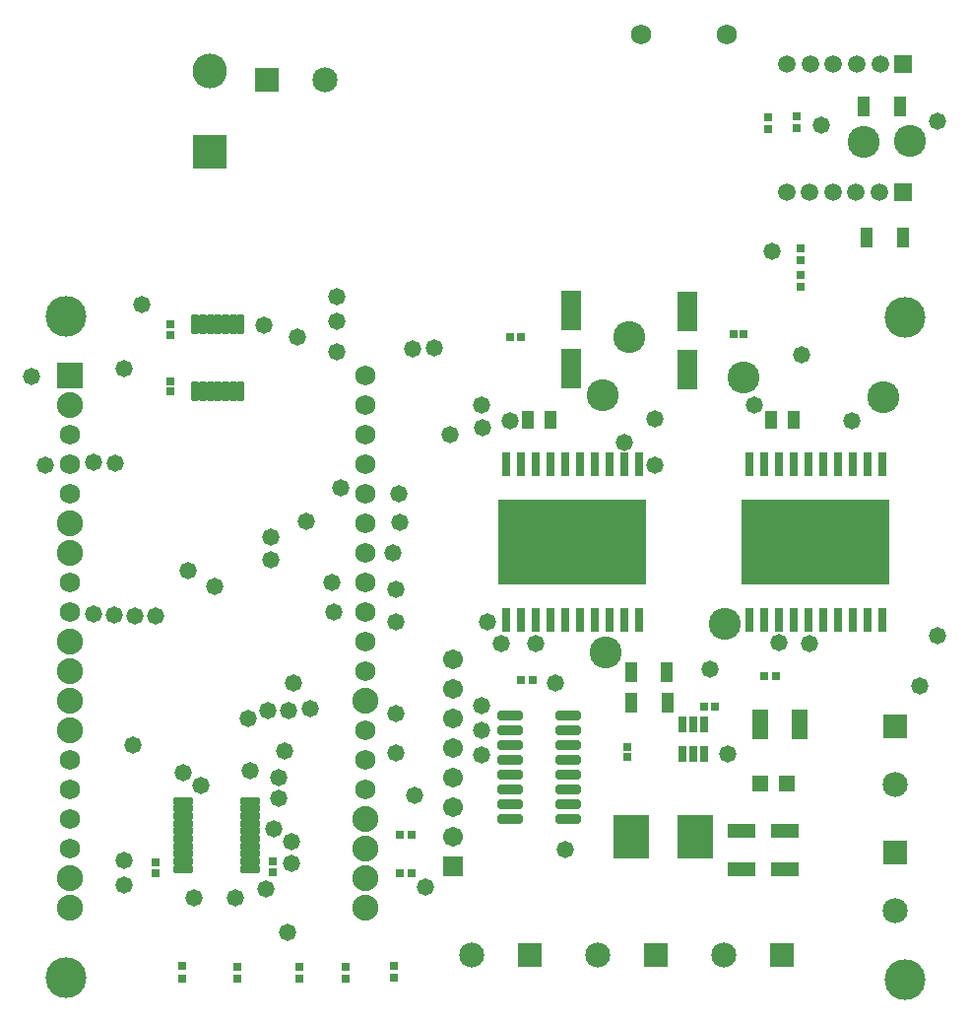
<source format=gts>
G04*
G04 #@! TF.GenerationSoftware,Altium Limited,Altium Designer,22.9.1 (49)*
G04*
G04 Layer_Color=8388736*
%FSLAX44Y44*%
%MOMM*%
G71*
G04*
G04 #@! TF.SameCoordinates,66478680-C35E-4369-986B-202EB0108B9E*
G04*
G04*
G04 #@! TF.FilePolarity,Negative*
G04*
G01*
G75*
%ADD32R,1.8032X3.4032*%
%ADD33R,0.8032X0.7332*%
%ADD34R,1.1032X1.8032*%
%ADD35R,0.7032X0.6782*%
G04:AMPARAMS|DCode=36|XSize=1.7732mm|YSize=0.6132mm|CornerRadius=0.1529mm|HoleSize=0mm|Usage=FLASHONLY|Rotation=90.000|XOffset=0mm|YOffset=0mm|HoleType=Round|Shape=RoundedRectangle|*
%AMROUNDEDRECTD36*
21,1,1.7732,0.3075,0,0,90.0*
21,1,1.4675,0.6132,0,0,90.0*
1,1,0.3057,0.1538,0.7338*
1,1,0.3057,0.1538,-0.7338*
1,1,0.3057,-0.1538,-0.7338*
1,1,0.3057,-0.1538,0.7338*
%
%ADD36ROUNDEDRECTD36*%
G04:AMPARAMS|DCode=37|XSize=1.7732mm|YSize=0.6132mm|CornerRadius=0.1529mm|HoleSize=0mm|Usage=FLASHONLY|Rotation=180.000|XOffset=0mm|YOffset=0mm|HoleType=Round|Shape=RoundedRectangle|*
%AMROUNDEDRECTD37*
21,1,1.7732,0.3075,0,0,180.0*
21,1,1.4675,0.6132,0,0,180.0*
1,1,0.3057,-0.7338,0.1538*
1,1,0.3057,0.7338,0.1538*
1,1,0.3057,0.7338,-0.1538*
1,1,0.3057,-0.7338,-0.1538*
%
%ADD37ROUNDEDRECTD37*%
%ADD38R,0.7620X2.0066*%
%ADD39R,12.8016X7.3914*%
%ADD40R,0.6782X0.7032*%
%ADD41R,1.1032X1.5032*%
G04:AMPARAMS|DCode=42|XSize=2.1732mm|YSize=0.8032mm|CornerRadius=0.1766mm|HoleSize=0mm|Usage=FLASHONLY|Rotation=180.000|XOffset=0mm|YOffset=0mm|HoleType=Round|Shape=RoundedRectangle|*
%AMROUNDEDRECTD42*
21,1,2.1732,0.4500,0,0,180.0*
21,1,1.8200,0.8032,0,0,180.0*
1,1,0.3532,-0.9100,0.2250*
1,1,0.3532,0.9100,0.2250*
1,1,0.3532,0.9100,-0.2250*
1,1,0.3532,-0.9100,-0.2250*
%
%ADD42ROUNDEDRECTD42*%
%ADD43R,0.7332X0.8032*%
%ADD44R,2.4032X1.3032*%
%ADD45R,1.3532X1.3532*%
%ADD46R,1.4532X2.5032*%
%ADD47R,3.1532X3.7032*%
%ADD48R,0.8032X1.4532*%
%ADD49C,1.7272*%
%ADD50C,2.2352*%
%ADD51R,2.2352X2.2352*%
%ADD52C,3.5032*%
%ADD53C,1.5112*%
%ADD54R,1.5112X1.5112*%
%ADD55C,2.9782*%
%ADD56R,2.9782X2.9782*%
%ADD57C,1.7032*%
%ADD58R,1.7032X1.7032*%
%ADD59C,2.1532*%
%ADD60R,2.1532X2.1532*%
%ADD61R,2.1532X2.1532*%
%ADD62C,1.4732*%
%ADD63C,2.7432*%
D32*
X875030Y948074D02*
D03*
Y998074D02*
D03*
X774954Y998182D02*
D03*
Y948182D02*
D03*
D33*
X822960Y623420D02*
D03*
Y614680D02*
D03*
X430784Y929080D02*
D03*
Y937820D02*
D03*
Y986334D02*
D03*
Y977594D02*
D03*
X518414Y516330D02*
D03*
Y525070D02*
D03*
X417322Y524054D02*
D03*
Y515314D02*
D03*
D34*
X826510Y688086D02*
D03*
X857510D02*
D03*
X826764Y661924D02*
D03*
X857764D02*
D03*
X1026752Y1173448D02*
D03*
X1057752D02*
D03*
X1029115Y1061539D02*
D03*
X1060115D02*
D03*
D35*
X944372Y1164376D02*
D03*
Y1154136D02*
D03*
X972312Y1028740D02*
D03*
Y1018500D02*
D03*
X972566Y1051854D02*
D03*
Y1041614D02*
D03*
X968756Y1154898D02*
D03*
Y1165138D02*
D03*
X488000Y424760D02*
D03*
Y435000D02*
D03*
X441000Y424880D02*
D03*
Y435120D02*
D03*
X541000Y424760D02*
D03*
Y435000D02*
D03*
X622554Y425156D02*
D03*
Y435396D02*
D03*
X580898Y434888D02*
D03*
Y424648D02*
D03*
D36*
X451924Y929134D02*
D03*
X458424D02*
D03*
X464924D02*
D03*
X471424D02*
D03*
X477924D02*
D03*
X484424D02*
D03*
X490924D02*
D03*
Y986534D02*
D03*
X484424D02*
D03*
X477924D02*
D03*
X471424D02*
D03*
X464924D02*
D03*
X458424D02*
D03*
X451924D02*
D03*
D37*
X499108Y518628D02*
D03*
Y525128D02*
D03*
Y531628D02*
D03*
Y538128D02*
D03*
Y544628D02*
D03*
Y551128D02*
D03*
Y557628D02*
D03*
Y564128D02*
D03*
Y570628D02*
D03*
Y577128D02*
D03*
X441708D02*
D03*
Y570628D02*
D03*
Y564128D02*
D03*
Y557628D02*
D03*
Y551128D02*
D03*
Y544628D02*
D03*
Y538128D02*
D03*
Y531628D02*
D03*
Y525128D02*
D03*
Y518628D02*
D03*
D38*
X718820Y732536D02*
D03*
X731520D02*
D03*
X744220D02*
D03*
X756920D02*
D03*
X769620D02*
D03*
X782320D02*
D03*
X795020D02*
D03*
X807720D02*
D03*
X820420D02*
D03*
X833120D02*
D03*
Y866140D02*
D03*
X820420D02*
D03*
X807720D02*
D03*
X795020D02*
D03*
X782320D02*
D03*
X769620D02*
D03*
X756920D02*
D03*
X744220D02*
D03*
X731520D02*
D03*
X718820D02*
D03*
X927926Y732536D02*
D03*
X940627D02*
D03*
X953326D02*
D03*
X966027D02*
D03*
X978727D02*
D03*
X991426D02*
D03*
X1004127D02*
D03*
X1016826D02*
D03*
X1029527D02*
D03*
X1042226D02*
D03*
Y866140D02*
D03*
X1029527D02*
D03*
X1016826D02*
D03*
X1004127D02*
D03*
X991426D02*
D03*
X978727D02*
D03*
X966027D02*
D03*
X953326D02*
D03*
X940627D02*
D03*
X927926D02*
D03*
D39*
X775970Y799338D02*
D03*
X985077D02*
D03*
D40*
X627760Y515000D02*
D03*
X638000D02*
D03*
X627760Y548000D02*
D03*
X638000D02*
D03*
X741680Y680720D02*
D03*
X731440D02*
D03*
X940598Y684030D02*
D03*
X950838D02*
D03*
D41*
X947159Y904627D02*
D03*
X966160D02*
D03*
X737920Y904240D02*
D03*
X756920D02*
D03*
D42*
X772160Y561340D02*
D03*
Y574040D02*
D03*
Y586740D02*
D03*
Y599440D02*
D03*
Y612140D02*
D03*
Y624840D02*
D03*
Y637540D02*
D03*
Y650240D02*
D03*
X722660D02*
D03*
Y637540D02*
D03*
Y624840D02*
D03*
Y612140D02*
D03*
Y599440D02*
D03*
Y586740D02*
D03*
Y574040D02*
D03*
Y561340D02*
D03*
D43*
X722780Y975360D02*
D03*
X731520D02*
D03*
X889710Y657860D02*
D03*
X898450D02*
D03*
X923140Y977900D02*
D03*
X914400D02*
D03*
D44*
X958596Y551424D02*
D03*
Y518424D02*
D03*
X921258Y551170D02*
D03*
Y518170D02*
D03*
D45*
X960760Y591820D02*
D03*
X937260D02*
D03*
D46*
X971760Y642620D02*
D03*
X937260D02*
D03*
D47*
X826880Y546100D02*
D03*
X881380D02*
D03*
D48*
X870629Y617695D02*
D03*
X880129D02*
D03*
X889629D02*
D03*
Y642695D02*
D03*
X880129D02*
D03*
X870629D02*
D03*
D49*
X598300Y942660D02*
D03*
Y917260D02*
D03*
Y891860D02*
D03*
Y866460D02*
D03*
Y841060D02*
D03*
Y815660D02*
D03*
Y790260D02*
D03*
Y764860D02*
D03*
Y739460D02*
D03*
Y714060D02*
D03*
Y688660D02*
D03*
Y637860D02*
D03*
Y612460D02*
D03*
Y587060D02*
D03*
X344300Y536260D02*
D03*
Y561660D02*
D03*
Y587060D02*
D03*
Y612460D02*
D03*
Y739460D02*
D03*
Y764860D02*
D03*
Y841060D02*
D03*
Y866460D02*
D03*
Y891860D02*
D03*
X908812Y1235710D02*
D03*
X835152D02*
D03*
D50*
X598300Y663260D02*
D03*
Y561660D02*
D03*
Y536260D02*
D03*
Y510860D02*
D03*
Y485460D02*
D03*
X344300D02*
D03*
Y510860D02*
D03*
Y637860D02*
D03*
Y663260D02*
D03*
Y688660D02*
D03*
Y714060D02*
D03*
Y790260D02*
D03*
Y815660D02*
D03*
Y917260D02*
D03*
D51*
Y942660D02*
D03*
D52*
X340360Y424942D02*
D03*
X1062000Y993000D02*
D03*
X340360Y993140D02*
D03*
X1062000Y424000D02*
D03*
D53*
X1020050Y1100030D02*
D03*
X960051D02*
D03*
X980051D02*
D03*
X1000050D02*
D03*
X1040050D02*
D03*
X1040593Y1210031D02*
D03*
X1000593D02*
D03*
X980593D02*
D03*
X960593D02*
D03*
X1020593D02*
D03*
D54*
X1060050Y1100030D02*
D03*
X1060593Y1210031D02*
D03*
D55*
X464530Y1204560D02*
D03*
D56*
Y1134560D02*
D03*
D57*
X673100Y698500D02*
D03*
Y673100D02*
D03*
Y647700D02*
D03*
Y622300D02*
D03*
Y596900D02*
D03*
Y571500D02*
D03*
Y546100D02*
D03*
D58*
Y520700D02*
D03*
D59*
X1053157Y591057D02*
D03*
X1053157Y482643D02*
D03*
X689140Y444500D02*
D03*
X563300Y1197060D02*
D03*
X906018Y444500D02*
D03*
X797560D02*
D03*
D60*
X1053157Y641057D02*
D03*
X1053157Y532643D02*
D03*
D61*
X739140Y444500D02*
D03*
X513300Y1197060D02*
D03*
X956018Y444500D02*
D03*
X847560D02*
D03*
D62*
X398576Y625276D02*
D03*
X512572Y501396D02*
D03*
X820420Y884936D02*
D03*
X846582Y905256D02*
D03*
X846836Y865378D02*
D03*
X534162Y542290D02*
D03*
Y523494D02*
D03*
X516636Y784352D02*
D03*
X497332Y647700D02*
D03*
X570685Y739315D02*
D03*
X550418Y656336D02*
D03*
X698246Y616966D02*
D03*
Y637794D02*
D03*
X514269Y654731D02*
D03*
X535941Y678148D02*
D03*
X531876Y655066D02*
D03*
X390652Y526034D02*
D03*
X770000Y535000D02*
D03*
X383032Y866902D02*
D03*
X364744Y867918D02*
D03*
X518922Y553212D02*
D03*
X456692Y590804D02*
D03*
X382270Y736854D02*
D03*
X364236Y737362D02*
D03*
X390652Y948690D02*
D03*
X510794Y985774D02*
D03*
X406146Y1003300D02*
D03*
X322580Y865886D02*
D03*
X311160Y942000D02*
D03*
X573532Y1010158D02*
D03*
X573519Y988835D02*
D03*
X539750Y975360D02*
D03*
X573532Y963168D02*
D03*
X657352Y965962D02*
D03*
X638302Y965708D02*
D03*
X499110Y602742D02*
D03*
X523494Y579374D02*
D03*
X486651Y494017D02*
D03*
X390652Y504698D02*
D03*
X451104Y494284D02*
D03*
X441510Y601160D02*
D03*
X530860Y464312D02*
D03*
X528320Y620014D02*
D03*
X523494Y597154D02*
D03*
X417322Y736092D02*
D03*
X399796Y736346D02*
D03*
X624155Y731189D02*
D03*
X624586Y758952D02*
D03*
X577104Y845836D02*
D03*
X547370Y817372D02*
D03*
X761208Y678867D02*
D03*
X446000Y775000D02*
D03*
X627380Y816356D02*
D03*
X627000Y840740D02*
D03*
X517000Y804000D02*
D03*
X468630Y761492D02*
D03*
X569140Y764860D02*
D03*
X670560Y891540D02*
D03*
X715033Y712000D02*
D03*
X722253Y904004D02*
D03*
X990000Y1158000D02*
D03*
X624000Y652000D02*
D03*
X640000Y582000D02*
D03*
X650000Y503000D02*
D03*
X624000Y618000D02*
D03*
X698000Y659000D02*
D03*
X699000Y897940D02*
D03*
X698000Y917000D02*
D03*
X894080Y690205D02*
D03*
X932180Y916940D02*
D03*
X703082Y731082D02*
D03*
X622000Y790000D02*
D03*
X744243Y711997D02*
D03*
X953636Y712795D02*
D03*
X980000Y712000D02*
D03*
X1074420Y675640D02*
D03*
X947420Y1049020D02*
D03*
X972820Y960120D02*
D03*
X1016408Y903483D02*
D03*
X1089660Y1160780D02*
D03*
X909320Y617220D02*
D03*
X1089660Y718820D02*
D03*
D63*
X802132Y925576D02*
D03*
X825246Y975614D02*
D03*
X1043000Y924000D02*
D03*
X1026582Y1143541D02*
D03*
X1066594Y1143929D02*
D03*
X805000Y705000D02*
D03*
X907404Y729170D02*
D03*
X923000Y941000D02*
D03*
M02*

</source>
